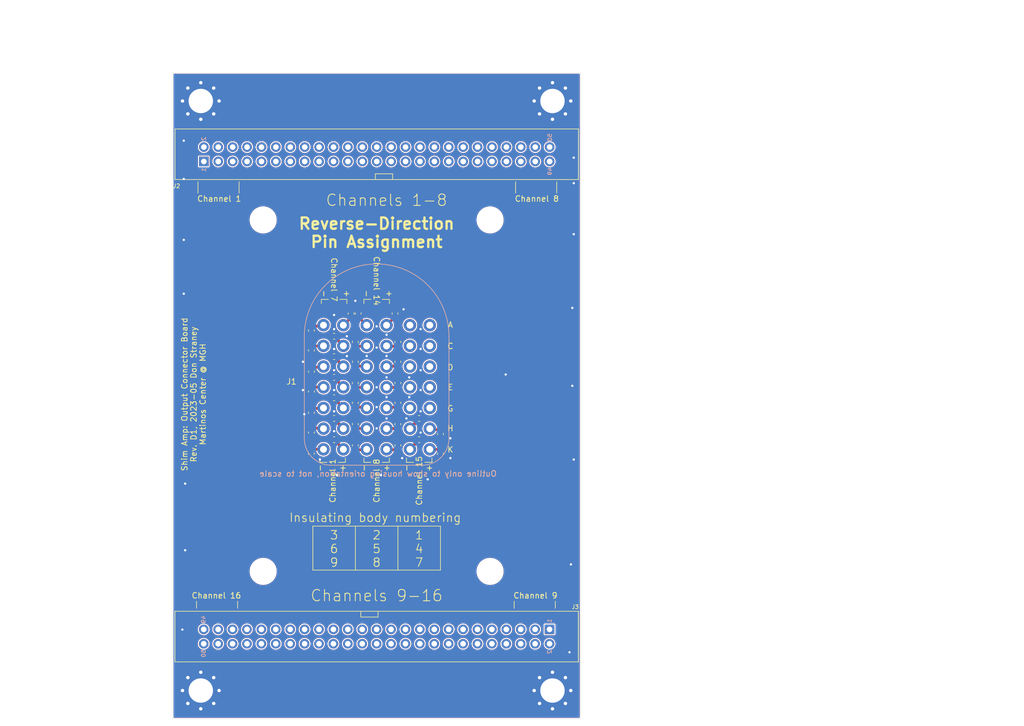
<source format=kicad_pcb>
(kicad_pcb (version 20211014) (generator pcbnew)
  (layers (0 "F.Cu" signal) (1 "In1.Cu" signal) (2 "In2.Cu" signal) (31 "B.Cu" signal) (34 "B.Paste" user) (35 "F.Paste" user) (36 "B.SilkS" user "B.Silkscreen") (37 "F.SilkS" user "F.Silkscreen") (38 "B.Mask" user) (39 "F.Mask" user) (44 "Edge.Cuts" user))
  (net 0 "")
  (net 1 "GND")
  (net 2 "/P9+")
  (net 3 "/P9-")
  (net 4 "/P1+")
  (net 5 "/P1-")
  (net 6 "/P10+")
  (net 7 "/P10-")
  (net 8 "/P2+")
  (net 9 "/P2-")
  (net 10 "/P11+")
  (net 11 "/P11-")
  (net 12 "/P3+")
  (net 13 "/P3-")
  (net 14 "/P12+")
  (net 15 "/P12-")
  (net 16 "/P4+")
  (net 17 "/P4-")
  (net 18 "/P13+")
  (net 19 "/P13-")
  (net 20 "/P5+")
  (net 21 "/P5-")
  (net 22 "/P14+")
  (net 23 "/P14-")
  (net 24 "/P6+")
  (net 25 "/P6-")
  (net 26 "/P15+")
  (net 27 "/P15-")
  (net 28 "/P7+")
  (net 29 "/P7-")
  (net 30 "/P16+")
  (net 31 "/P16-")
  (net 32 "/P8+")
  (net 33 "/P8-")
  (footprint "Martinos_std:PinHeader_2x25_P2.54mm_Vertical_Shrouded" (layer "F.Cu") (at 78.54 79.17 90)
    (fp_text reference "J2")
    (fp_text value "Conn_02x25_Odd_Even" hide)
  )
  (footprint "Martinos_std:PinHeader_2x25_P2.54mm_Vertical_Shrouded" (layer "F.Cu") (at 139.48 161.71 -90)
    (fp_text reference "J3")
    (fp_text value "Conn_02x25_Odd_Even" hide)
  )
  (footprint "MountingHole:MountingHole_4.3mm_M4" (layer "F.Cu") (at 89 89.48)
    (fp_text reference "H1" hide)
    (fp_text value "M4" hide)
  )
  (footprint "MountingHole:MountingHole_4.3mm_M4" (layer "F.Cu") (at 89 151.48)
    (fp_text reference "H3" hide)
    (fp_text value "M4" hide)
  )
  (footprint "MountingHole:MountingHole_4.3mm_M4" (layer "F.Cu") (at 129 151.48)
    (fp_text reference "H4" hide)
    (fp_text value "M4" hide)
  )
  (footprint "MountingHole:MountingHole_4.3mm_M4" (layer "F.Cu") (at 129 89.48)
    (fp_text reference "H2" hide)
    (fp_text value "M4" hide)
  )
  (footprint "Capacitor_SMD:C_0603_1608Metric" (layer "F.Cu") (at 101.5 113.6 180)
    (fp_text reference "C9" hide)
    (fp_text value "C" hide)
  )
  (footprint "Capacitor_SMD:C_0603_1608Metric" (layer "F.Cu") (at 105.75 106 90)
    (fp_text reference "C28" hide)
    (fp_text value "C" hide)
  )
  (footprint "Capacitor_SMD:C_0603_1608Metric" (layer "F.Cu") (at 97.5 116.25 -90)
    (fp_text reference "C10" hide)
    (fp_text value "C" hide)
  )
  (footprint "MountingHole:MountingHole_4.3mm_M4_Pad_Via" (layer "F.Cu") (at 78 68.5)
    (fp_text reference "H8" hide)
    (fp_text value "M4")
  )
  (footprint "Capacitor_SMD:C_0603_1608Metric" (layer "F.Cu") (at 112.75 121.75 90)
    (fp_text reference "C19" hide)
    (fp_text value "C" hide)
  )
  (footprint "MountingHole:MountingHole_4.3mm_M4_Pad_Via" (layer "F.Cu") (at 140 172.5)
    (fp_text reference "H7" hide)
    (fp_text value "M4")
  )
  (footprint "Capacitor_SMD:C_0603_1608Metric" (layer "F.Cu") (at 112.75 111 90)
    (fp_text reference "C25" hide)
    (fp_text value "C" hide)
  )
  (footprint "Capacitor_SMD:C_0603_1608Metric" (layer "F.Cu") (at 105.25 129.25 90)
    (fp_text reference "C16" hide)
    (fp_text value "C" hide)
  )
  (footprint "Capacitor_SMD:C_0603_1608Metric" (layer "F.Cu") (at 97.5 130.725 -90)
    (fp_text reference "C2" hide)
    (fp_text value "C" hide)
  )
  (footprint "Capacitor_SMD:C_0603_1608Metric" (layer "F.Cu") (at 97.5 112.5 -90)
    (fp_text reference "C12" hide)
    (fp_text value "C" hide)
  )
  (footprint "Capacitor_SMD:C_0603_1608Metric" (layer "F.Cu") (at 116.5 128.25)
    (fp_text reference "C30" hide)
    (fp_text value "C" hide)
  )
  (footprint "Capacitor_SMD:C_0603_1608Metric" (layer "F.Cu") (at 105.25 121.75 90)
    (fp_text reference "C20" hide)
    (fp_text value "C" hide)
  )
  (footprint "Capacitor_SMD:C_0603_1608Metric" (layer "F.Cu") (at 112.75 118.25 90)
    (fp_text reference "C21" hide)
    (fp_text value "C" hide)
  )
  (footprint "Capacitor_SMD:C_0603_1608Metric" (layer "F.Cu") (at 112.75 125.5 90)
    (fp_text reference "C17" hide)
    (fp_text value "C" hide)
  )
  (footprint "Capacitor_SMD:C_0603_1608Metric" (layer "F.Cu") (at 101.5 117.25 180)
    (fp_text reference "C7" hide)
    (fp_text value "C" hide)
  )
  (footprint "MountingHole:MountingHole_4.3mm_M4_Pad_Via" (layer "F.Cu") (at 78 172.5)
    (fp_text reference "H6" hide)
    (fp_text value "M4")
  )
  (footprint "Capacitor_SMD:C_0603_1608Metric" (layer "F.Cu") (at 116.5 124.5)
    (fp_text reference "C32" hide)
    (fp_text value "C" hide)
  )
  (footprint "Capacitor_SMD:C_0603_1608Metric" (layer "F.Cu") (at 97.5 127 -90)
    (fp_text reference "C4" hide)
    (fp_text value "C" hide)
  )
  (footprint "Capacitor_SMD:C_0603_1608Metric" (layer "F.Cu") (at 101.5 128.25 180)
    (fp_text reference "C1" hide)
    (fp_text value "C" hide)
  )
  (footprint "Capacitor_SMD:C_0603_1608Metric" (layer "F.Cu") (at 105.25 118.25 90)
    (fp_text reference "C22" hide)
    (fp_text value "C" hide)
  )
  (footprint "Capacitor_SMD:C_0603_1608Metric" (layer "F.Cu") (at 112.25 106 90)
    (fp_text reference "C27" hide)
    (fp_text value "C" hide)
  )
  (footprint "Capacitor_SMD:C_0603_1608Metric" (layer "F.Cu") (at 120.25 127.25 -90)
    (fp_text reference "C31" hide)
    (fp_text value "C" hide)
  )
  (footprint "Capacitor_SMD:C_0603_1608Metric" (layer "F.Cu") (at 97.5 109 -90)
    (fp_text reference "C14" hide)
    (fp_text value "C" hide)
  )
  (footprint "Capacitor_SMD:C_0603_1608Metric" (layer "F.Cu") (at 105.25 111 90)
    (fp_text reference "C26" hide)
    (fp_text value "C" hide)
  )
  (footprint "MountingHole:MountingHole_4.3mm_M4_Pad_Via" (layer "F.Cu") (at 140 68.5)
    (fp_text reference "H5" hide)
    (fp_text value "M4")
  )
  (footprint "Capacitor_SMD:C_0603_1608Metric" (layer "F.Cu") (at 97.5 123.5 -90)
    (fp_text reference "C6" hide)
    (fp_text value "C" hide)
  )
  (footprint "Capacitor_SMD:C_0603_1608Metric" (layer "F.Cu") (at 105.25 125.5 90)
    (fp_text reference "C18" hide)
    (fp_text value "C" hide)
  )
  (footprint "Capacitor_SMD:C_0603_1608Metric" (layer "F.Cu") (at 97.5 119.75 -90)
    (fp_text reference "C8" hide)
    (fp_text value "C" hide)
  )
  (footprint "Capacitor_SMD:C_0603_1608Metric" (layer "F.Cu") (at 101.5 120.85 180)
    (fp_text reference "C5" hide)
    (fp_text value "C" hide)
  )
  (footprint "Capacitor_SMD:C_0603_1608Metric" (layer "F.Cu") (at 120.25 130.75 -90)
    (fp_text reference "C29" hide)
    (fp_text value "C" hide)
  )
  (footprint "Capacitor_SMD:C_0603_1608Metric" (layer "F.Cu") (at 101.5 124.5 180)
    (fp_text reference "C3" hide)
    (fp_text value "C" hide)
  )
  (footprint "Capacitor_SMD:C_0603_1608Metric" (layer "F.Cu") (at 112.75 129.25 90)
    (fp_text reference "C15" hide)
    (fp_text value "C" hide)
  )
  (footprint "Capacitor_SMD:C_0603_1608Metric" (layer "F.Cu") (at 101.5 110 180)
    (fp_text reference "C11" hide)
    (fp_text value "C" hide)
  )
  (footprint "Capacitor_SMD:C_0603_1608Metric" (layer "F.Cu") (at 112.75 114.5 90)
    (fp_text reference "C23" hide)
    (fp_text value "C" hide)
  )
  (footprint "Capacitor_SMD:C_0603_1608Metric" (layer "F.Cu") (at 104.5 106 90)
    (fp_text reference "C13" hide)
    (fp_text value "C" hide)
  )
  (footprint "Capacitor_SMD:C_0603_1608Metric" (layer "F.Cu") (at 105.25 114.5 90)
    (fp_text reference "C24" hide)
    (fp_text value "C" hide)
  )
  (footprint "Don:ODU-MAC_Zero_6x7" (layer "B.Cu") (at 109 119 180)
    (fp_text reference "J1")
    (fp_text value "ODU-MAC_Zero_6x7" hide)
  )
  (gr_line (start 96.25 110) (end 96.25 127.75) (layer "B.SilkS") (width 0.12))
  (gr_arc (start 100.75 132.75) (mid 97.464466 131.181981) (end 96.25 127.75) (layer "B.SilkS") (width 0.12))
  (gr_line (start 100.75 132.75) (end 117.25 132.75) (layer "B.SilkS") (width 0.12))
  (gr_arc (start 96.25 110) (mid 109 97.25) (end 121.75 110) (layer "B.SilkS") (width 0.12))
  (gr_line (start 121.75 110) (end 121.75 127.75) (layer "B.SilkS") (width 0.12))
  (gr_arc (start 121.75 127.75) (mid 120.535534 131.181981) (end 117.25 132.75) (layer "B.SilkS") (width 0.12))
  (gr_line (start 115.5 132.25) (end 114.25 132.25) (layer "F.SilkS") (width 0.12))
  (gr_line (start 114.25 132.25) (end 114.25 131.5) (layer "F.SilkS") (width 0.12))
  (gr_line (start 117.5 132.25) (end 118.75 132.25) (layer "F.SilkS") (width 0.12))
  (gr_line (start 118.75 132.25) (end 118.75 131.5) (layer "F.SilkS") (width 0.12))
  (gr_line (start 133.25 158) (end 133.25 156.75) (layer "F.SilkS") (width 0.12))
  (gr_line (start 140.5 158) (end 140.5 156.75) (layer "F.SilkS") (width 0.12))
  (gr_line (start 108 132.25) (end 106.75 132.25) (layer "F.SilkS") (width 0.12))
  (gr_line (start 84.75 82.75) (end 84.75 84.75) (layer "F.SilkS") (width 0.12))
  (gr_line (start 133.5 82.75) (end 133.5 84.75) (layer "F.SilkS") (width 0.12))
  (gr_line (start 77.5 82.75) (end 77.5 84.75) (layer "F.SilkS") (width 0.12))
  (gr_line (start 102.25 132.25) (end 103.5 132.25) (layer "F.SilkS") (width 0.12))
  (gr_line (start 99.25 103.5) (end 99.25 104.25) (layer "F.SilkS") (width 0.12))
  (gr_line (start 97.75 143.5) (end 120.25 143.5) (layer "F.SilkS") (width 0.12))
  (gr_line (start 112.75 143.5) (end 112.75 151.25) (layer "F.SilkS") (width 0.12))
  (gr_line (start 100.25 132.25) (end 99 132.25) (layer "F.SilkS") (width 0.12))
  (gr_line (start 106.75 103.5) (end 106.75 104.25) (layer "F.SilkS") (width 0.12))
  (gr_line (start 97.75 151.25) (end 97.75 143.5) (layer "F.SilkS") (width 0.12))
  (gr_line (start 140.75 82.75) (end 140.75 84.75) (layer "F.SilkS") (width 0.12))
  (gr_line (start 103.75 103.5) (end 103.75 104.25) (layer "F.SilkS") (width 0.12))
  (gr_line (start 84.5 158) (end 84.5 156.75) (layer "F.SilkS") (width 0.12))
  (gr_line (start 102.5 103.5) (end 103.75 103.5) (layer "F.SilkS") (width 0.12))
  (gr_line (start 103.5 132.25) (end 103.5 131.5) (layer "F.SilkS") (width 0.12))
  (gr_line (start 110 103.5) (end 111.25 103.5) (layer "F.SilkS") (width 0.12))
  (gr_line (start 120.25 151.25) (end 97.75 151.25) (layer "F.SilkS") (width 0.12))
  (gr_line (start 105.25 143.5) (end 105.25 151.25) (layer "F.SilkS") (width 0.12))
  (gr_line (start 106.75 132.25) (end 106.75 131.5) (layer "F.SilkS") (width 0.12))
  (gr_line (start 108 103.5) (end 106.75 103.5) (layer "F.SilkS") (width 0.12))
  (gr_line (start 77.25 158) (end 77.25 156.75) (layer "F.SilkS") (width 0.12))
  (gr_line (start 120.25 143.5) (end 120.25 151.25) (layer "F.SilkS") (width 0.12))
  (gr_line (start 111.25 132.25) (end 111.25 131.5) (layer "F.SilkS") (width 0.12))
  (gr_line (start 100.5 103.5) (end 99.25 103.5) (layer "F.SilkS") (width 0.12))
  (gr_line (start 99 132.25) (end 99 131.5) (layer "F.SilkS") (width 0.12))
  (gr_line (start 111.25 103.5) (end 111.25 104.25) (layer "F.SilkS") (width 0.12))
  (gr_line (start 110 132.25) (end 111.25 132.25) (layer "F.SilkS") (width 0.12))
  (gr_line (start 145 177.5) (end 73 177.5) (layer "Edge.Cuts") (width 0.05))
  (gr_line (start 73 177.5) (end 73 63.5) (layer "Edge.Cuts") (width 0.05))
  (gr_line (start 73 63.5) (end 145 63.5) (layer "Edge.Cuts") (width 0.05))
  (gr_line (start 145 63.5) (end 145 177.5) (layer "Edge.Cuts") (width 0.05))
  (gr_text "Outline only to show housing orientation, not to scale" (at 109.25 134.25) (layer "B.SilkS") (effects (font (size 1 1)) (justify mirror)))
  (gr_text "Channel 15" (at 116.5 135.5 90) (layer "F.SilkS") (effects (font (size 1 1))))
  (gr_text "Channel 8" (at 137.25 85.75) (layer "F.SilkS") (effects (font (size 1 1))))
  (gr_text "Channel 16" (at 80.75 155.75) (layer "F.SilkS") (effects (font (size 1 1))))
  (gr_text "Channel 9" (at 137 155.75) (layer "F.SilkS") (effects (font (size 1 1))))
  (gr_text "Channels 1-8" (at 110.75 86) (layer "F.SilkS") (effects (font (size 2 2))))
  (gr_text "Channels 9-16" (at 109 155.75) (layer "F.SilkS") (effects (font (size 2 2))))
  (gr_text "Reverse-Direction\nPin Assignment" (at 109 91.75) (layer "F.SilkS") (effects (font (size 2 2) (thickness 0.4))))
  (gr_text "+" (at 103 133.25 90) (layer "F.SilkS") (effects (font (size 1 1))))
  (gr_text "C" (at 122 111.75) (layer "F.SilkS") (effects (font (size 1 1))))
  (gr_text "Channel 14" (at 109 100.25 270) (layer "F.SilkS") (effects (font (size 1 1))))
  (gr_text "1\n4\n7" (at 116.5 147.5) (layer "F.SilkS") (effects (font (size 1.5 1.5))))
  (gr_text "+" (at 110.75 133.25 90) (layer "F.SilkS") (effects (font (size 1 1))))
  (gr_text "-" (at 99.75 102.5 270) (layer "F.SilkS") (effects (font (size 1 1))))
  (gr_text "-" (at 107.25 102.5 270) (layer "F.SilkS") (effects (font (size 1 1))))
  (gr_text "A" (at 122 108) (layer "F.SilkS") (effects (font (size 1 1))))
  (gr_text "Channel 1" (at 81.25 85.75) (layer "F.SilkS") (effects (font (size 1 1))))
  (gr_text "E" (at 122 119) (layer "F.SilkS") (effects (font (size 1 1))))
  (gr_text "D" (at 122 115.5) (layer "F.SilkS") (effects (font (size 1 1))))
  (gr_text "Insulating body numbering" (at 108.75 142) (layer "F.SilkS") (effects (font (size 1.5 1.5))))
  (gr_text "+" (at 103.75 102.5 270) (layer "F.SilkS") (effects (font (size 1 1))))
  (gr_text "Channel 7" (at 101.5 100 270) (layer "F.SilkS") (effects (font (size 1 1))))
  (gr_text "Channel 1" (at 101.25 135.5 90) (layer "F.SilkS") (effects (font (size 1 1))))
  (gr_text "H" (at 122 126.25) (layer "F.SilkS") (effects (font (size 1 1))))
  (gr_text "G" (at 122 122.75) (layer "F.SilkS") (effects (font (size 1 1))))
  (gr_text "3\n6\n9" (at 101.5 147.5) (layer "F.SilkS") (effects (font (size 1.5 1.5))))
  (gr_text "Channel 8" (at 109 135.5 90) (layer "F.SilkS") (effects (font (size 1 1))))
  (gr_text "+" (at 111.25 102.5 270) (layer "F.SilkS") (effects (font (size 1 1))))
  (gr_text "Shim Amp: Output Connector Board\nRev. D1, 2023-05 Don Straney\nMartinos Center @ MGH" (at 76.75 120.25 90) (layer "F.SilkS") (effects (font (size 1 1))))
  (gr_text "-" (at 106.75 133.25 90) (layer "F.SilkS") (effects (font (size 1 1))))
  (gr_text "2\n5\n8" (at 109 147.5) (layer "F.SilkS") (effects (font (size 1.5 1.5))))
  (gr_text "+" (at 118.25 133.25 90) (layer "F.SilkS") (effects (font (size 1 1))))
  (gr_text "K" (at 122 130) (layer "F.SilkS") (effects (font (size 1 1))))
  (gr_text "-" (at 114.25 133.25 90) (layer "F.SilkS") (effects (font (size 1 1))))
  (gr_text "-" (at 99 133.25 90) (layer "F.SilkS") (effects (font (size 1 1))))
  (via (at 109 112) (size 0.8) (drill 0.4) (layers "F.Cu" "B.Cu") (net 1))
  (via (at 114.75 120.75) (size 0.8) (drill 0.4) (layers "F.Cu" "B.Cu") (net 1))
  (via (at 116.75 123.25) (size 0.8) (drill 0.4) (layers "F.Cu" "B.Cu") (net 1))
  (via (at 75.25 136) (size 0.8) (drill 0.4) (layers "F.Cu" "B.Cu") (net 1))
  (via (at 75.25 147.75) (size 0.8) (drill 0.4) (layers "F.Cu" "B.Cu") (net 1))
  (via (at 109 122.5) (size 0.8) (drill 0.4) (layers "F.Cu" "B.Cu") (net 1))
  (via (at 109.75 134.5) (size 0.8) (drill 0.4) (layers "F.Cu" "B.Cu") (net 1))
  (via (at 110.75 117.25) (size 0.8) (drill 0.4) (layers "F.Cu" "B.Cu") (net 1))
  (via (at 114.25 124.5) (size 0.8) (drill 0.4) (layers "F.Cu" "B.Cu") (net 1))
  (via (at 75 102.5) (size 0.8) (drill 0.4) (layers "F.Cu" "B.Cu") (net 1))
  (via (at 122 128) (size 0.8) (drill 0.4) (layers "F.Cu" "B.Cu") (net 1))
  (via (at 96.25 123.75) (size 0.8) (drill 0.4) (layers "F.Cu" "B.Cu") (net 1))
  (via (at 116.75 116) (size 0.8) (drill 0.4) (layers "F.Cu" "B.Cu") (net 1))
  (via (at 101.5 112.25) (size 0.8) (drill 0.4) (layers "F.Cu" "B.Cu") (net 1))
  (via (at 114.75 117.25) (size 0.8) (drill 0.4) (layers "F.Cu" "B.Cu") (net 1))
  (via (at 99 131.75) (size 0.8) (drill 0.4) (layers "F.Cu" "B.Cu") (net 1))
  (via (at 75 82.25) (size 0.8) (drill 0.4) (layers "F.Cu" "B.Cu") (net 1))
  (via (at 74.75 161.75) (size 0.8) (drill 0.4) (layers "F.Cu" "B.Cu") (net 1))
  (via (at 143 165.75) (size 0.8) (drill 0.4) (layers "F.Cu" "B.Cu") (net 1))
  (via (at 101.5 123.25) (size 0.8) (drill 0.4) (layers "F.Cu" "B.Cu") (net 1))
  (via (at 110.75 124.5) (size 0.8) (drill 0.4) (layers "F.Cu" "B.Cu") (net 1))
  (via (at 110.75 113.5) (size 0.8) (drill 0.4) (layers "F.Cu" "B.Cu") (net 1))
  (via (at 75 93) (size 0.8) (drill 0.4) (layers "F.Cu" "B.Cu") (net 1))
  (via (at 101.5 108.75) (size 0.8) (drill 0.4) (layers "F.Cu" "B.Cu") (net 1))
  (via (at 116.75 112.25) (size 0.8) (drill 0.4) (layers "F.Cu" "B.Cu") (net 1))
  (via (at 102 134.5) (size 0.8) (drill 0.4) (layers "F.Cu" "B.Cu") (net 1))
  (via (at 103.75 113.5) (size 0.8) (drill 0.4) (layers "F.Cu" "B.Cu") (net 1))
  (via (at 101.5 116) (size 0.8) (drill 0.4) (layers "F.Cu" "B.Cu") (net 1))
  (via (at 122 131.5) (size 0.8) (drill 0.4) (layers "F.Cu" "B.Cu") (net 1))
  (via (at 131.75 116.75) (size 0.8) (drill 0.4) (layers "F.Cu" "B.Cu") (net 1))
  (via (at 113.5 131.5) (size 0.8) (drill 0.4) (layers "F.Cu" "B.Cu") (net 1))
  (via (at 105.25 103.75) (size 0.8) (drill 0.4) (layers "F.Cu" "B.Cu") (net 1))
  (via (at 101.5 126.75) (size 0.8) (drill 0.4) (layers "F.Cu" "B.Cu") (net 1))
  (via (at 143.75 78.5) (size 0.8) (drill 0.4) (layers "F.Cu" "B.Cu") (net 1))
  (via (at 143.5 118.75) (size 0.8) (drill 0.4) (layers "F.Cu" "B.Cu") (net 1))
  (via (at 116.75 127) (size 0.8) (drill 0.4) (layers "F.Cu" "B.Cu") (net 1))
  (via (at 143.5 105) (size 0.8) (drill 0.4) (layers "F.Cu" "B.Cu") (net 1))
  (via (at 116.75 108.75) (size 0.8) (drill 0.4) (layers "F.Cu" "B.Cu") (net 1))
  (via (at 143.75 131.75) (size 0.8) (drill 0.4) (layers "F.Cu" "B.Cu") (net 1))
  (via (at 109 119) (size 0.8) (drill 0.4) (layers "F.Cu" "B.Cu") (net 1))
  (via (at 143.75 92) (size 0.8) (drill 0.4) (layers "F.Cu" "B.Cu") (net 1))
  (via (at 109 108.25) (size 0.8) (drill 0.4) (layers "F.Cu" "B.Cu") (net 1))
  (via (at 143.75 83) (size 0.8) (drill 0.4) (layers "F.Cu" "B.Cu") (net 1))
  (via (at 96 119.5) (size 0.8) (drill 0.4) (layers "F.Cu" "B.Cu") (net 1))
  (via (at 118 135.25) (size 0.8) (drill 0.4) (layers "F.Cu" "B.Cu") (net 1))
  (via (at 101.5 119.5) (size 0.8) (drill 0.4) (layers "F.Cu" "B.Cu") (net 1))
  (via (at 113.75 105.25) (size 0.8) (drill 0.4) (layers "F.Cu" "B.Cu") (net 1))
  (via (at 110.75 109.75) (size 0.8) (drill 0.4) (layers "F.Cu" "B.Cu") (net 1))
  (via (at 103.75 110) (size 0.8) (drill 0.4) (layers "F.Cu" "B.Cu") (net 1))
  (via (at 116.75 119.5) (size 0.8) (drill 0.4) (layers "F.Cu" "B.Cu") (net 1))
  (via (at 110.75 120.75) (size 0.8) (drill 0.4) (layers "F.Cu" "B.Cu") (net 1))
  (via (at 96 114.5) (size 0.8) (drill 0.4) (layers "F.Cu" "B.Cu") (net 1))
  (via (at 101.5 106.25) (size 0.8) (drill 0.4) (layers "F.Cu" "B.Cu") (net 1))
  (via (at 75 75.5) (size 0.8) (drill 0.4) (layers "F.Cu" "B.Cu") (net 1))
  (via (at 143.25 150.25) (size 0.8) (drill 0.4) (layers "F.Cu" "B.Cu") (net 1))
  (via (at 109 126.25) (size 0.8) (drill 0.4) (layers "F.Cu" "B.Cu") (net 1))
  (via (at 107.25 113.5) (size 0.8) (drill 0.4) (layers "F.Cu" "B.Cu") (net 1))
  (segment (start 112.75 126.275) (end 110.775 126.275) (width 0.47) (layer "F.Cu") (net 2))
  (segment (start 110.775 126.275) (end 110.75 126.3) (width 0.47) (layer "F.Cu") (net 2))
  (segment (start 105.25 126.275) (end 107.225 126.275) (width 0.47) (layer "F.Cu") (net 3))
  (segment (start 107.225 126.275) (end 107.25 126.3) (width 0.47) (layer "F.Cu") (net 3))
  (segment (start 102.275 128.25) (end 102.275 129.095) (width 0.47) (layer "F.Cu") (net 4))
  (segment (start 102.275 129.095) (end 103.13 129.95) (width 0.47) (layer "F.Cu") (net 4))
  (segment (start 97.5 129.95) (end 99.63 129.95) (width 0.47) (layer "F.Cu") (net 5))
  (segment (start 112.75 122.525) (end 110.875 122.525) (width 0.47) (layer "F.Cu") (net 6))
  (segment (start 110.875 122.525) (end 110.75 122.65) (width 0.47) (layer "F.Cu") (net 6))
  (segment (start 105.25 122.525) (end 107.125 122.525) (width 0.47) (layer "F.Cu") (net 7))
  (segment (start 107.125 122.525) (end 107.25 122.65) (width 0.47) (layer "F.Cu") (net 7))
  (segment (start 102.275 124.5) (end 102.275 125.445) (width 0.47) (layer "F.Cu") (net 8))
  (segment (start 102.275 125.445) (end 103.13 126.3) (width 0.47) (layer "F.Cu") (net 8))
  (segment (start 97.5 126.225) (end 99.555 126.225) (width 0.47) (layer "F.Cu") (net 9))
  (segment (start 99.555 126.225) (end 99.63 126.3) (width 0.47) (layer "F.Cu") (net 9))
  (segment (start 112.75 119.025) (end 110.775 119.025) (width 0.47) (layer "F.Cu") (net 10))
  (segment (start 110.775 119.025) (end 110.75 119) (width 0.47) (layer "F.Cu") (net 10))
  (segment (start 105.25 119.025) (end 107.225 119.025) (width 0.47) (layer "F.Cu") (net 11))
  (segment (start 107.225 119.025) (end 107.25 119) (width 0.47) (layer "F.Cu") (net 11))
  (segment (start 102.275 120.85) (end 102.275 121.795) (width 0.47) (layer "F.Cu") (net 12))
  (segment (start 102.275 121.795) (end 103.13 122.65) (width 0.47) (layer "F.Cu") (net 12))
  (segment (start 97.5 122.725) (end 99.555 122.725) (width 0.47) (layer "F.Cu") (net 13))
  (segment (start 99.555 122.725) (end 99.63 122.65) (width 0.47) (layer "F.Cu") (net 13))
  (segment (start 110.825 115.275) (end 110.75 115.35) (width 0.47) (layer "F.Cu") (net 14))
  (segment (start 112.75 115.275) (end 110.825 115.275) (width 0.47) (layer "F.Cu") (net 14))
  (segment (start 107.175 115.275) (end 107.25 115.35) (width 0.47) (layer "F.Cu") (net 15))
  (segment (start 105.25 115.275) (end 107.175 115.275) (width 0.47) (layer "F.Cu") (net 15))
  (segment (start 102.275 118.145) (end 103.13 119) (width 0.47) (layer "F.Cu") (net 16))
  (segment (start 102.275 117.25) (end 102.275 118.145) (width 0.47) (layer "F.Cu") (net 16))
  (segment (start 97.5 118.975) (end 99.605 118.975) (width 0.47) (layer "F.Cu") (net 17))
  (segment (start 99.605 118.975) (end 99.63 119) (width 0.47) (layer "F.Cu") (net 17))
  (segment (start 110.825 111.775) (end 110.75 111.7) (width 0.47) (layer "F.Cu") (net 18))
  (segment (start 112.75 111.775) (end 110.825 111.775) (width 0.47) (layer "F.Cu") (net 18))
  (segment (start 107.175 111.775) (end 107.25 111.7) (width 0.47) (layer "F.Cu") (net 19))
  (segment (start 105.25 111.775) (end 107.175 111.775) (width 0.47) (layer "F.Cu") (net 19))
  (segment (start 102.275 113.6) (end 102.275 114.495) (width 0.47) (layer "F.Cu") (net 20))
  (segment (start 102.275 114.495) (end 103.13 115.35) (width 0.47) (layer "F.Cu") (net 20))
  (segment (start 97.5 115.475) (end 99.505 115.475) (width 0.47) (layer "F.Cu") (net 21))
  (segment (start 99.505 115.475) (end 99.63 115.35) (width 0.47) (layer "F.Cu") (net 21))
  (segment (start 112.25 106.775) (end 112.025 106.775) (width 0.47) (layer "F.Cu") (net 22))
  (segment (start 112.025 106.775) (end 110.75 108.05) (width 0.47) (layer "F.Cu") (net 22))
  (segment (start 105.75 106.775) (end 105.975 106.775) (width 0.47) (layer "F.Cu") (net 23))
  (segment (start 105.975 106.775) (end 107.25 108.05) (width 0.47) (layer "F.Cu") (net 23))
  (segment (start 102.275 110.845) (end 103.13 111.7) (width 0.47) (layer "F.Cu") (net 24))
  (segment (start 102.275 110) (end 102.275 110.845) (width 0.47) (layer "F.Cu") (net 24))
  (segment (start 99.605 111.725) (end 99.63 111.7) (width 0.47) (layer "F.Cu") (net 25))
  (segment (start 97.5 111.725) (end 99.605 111.725) (width 0.47) (layer "F.Cu") (net 25))
  (segment (start 118.395 129.975) (end 118.37 129.95) (width 0.47) (layer "F.Cu") (net 26))
  (segment (start 120.25 129.975) (end 118.395 129.975) (width 0.47) (layer "F.Cu") (net 26))
  (segment (start 115.725 129.095) (end 114.87 129.95) (width 0.47) (layer "F.Cu") (net 27))
  (segment (start 115.725 128.25) (end 115.725 129.095) (width 0.47) (layer "F.Cu") (net 27))
  (segment (start 104.5 106.775) (end 104.405 106.775) (width 0.47) (layer "F.Cu") (net 28))
  (segment (start 104.405 106.775) (end 103.13 108.05) (width 0.47) (layer "F.Cu") (net 28))
  (segment (start 99.455 108.225) (end 99.63 108.05) (width 0.47) (layer "F.Cu") (net 29))
  (segment (start 97.5 108.225) (end 99.455 108.225) (width 0.47) (layer "F.Cu") (net 29))
  (segment (start 120.25 126.475) (end 118.545 126.475) (width 0.47) (layer "F.Cu") (net 30))
  (segment (start 118.545 126.475) (end 118.37 126.3) (width 0.47) (layer "F.Cu") (net 30))
  (segment (start 115.725 125.445) (end 114.87 126.3) (width 0.47) (layer "F.Cu") (net 31))
  (segment (start 115.725 124.5) (end 115.725 125.445) (width 0.47) (layer "F.Cu") (net 31))
  (segment (start 112.75 130.025) (end 110.825 130.025) (width 0.47) (layer "F.Cu") (net 32))
  (segment (start 110.825 130.025) (end 110.75 129.95) (width 0.47) (layer "F.Cu") (net 32))
  (segment (start 105.25 130.025) (end 107.175 130.025) (width 0.47) (layer "F.Cu") (net 33))
  (segment (start 107.175 130.025) (end 107.25 129.95) (width 0.47) (layer "F.Cu") (net 33))
  (zone (net 1) (net_name "GND") (layer "F.Cu") (connect_pads (clearance 0.2)) (min_thickness 0.18) (fill yes (thermal_gap 0.2) (thermal_bridge_width 0.2))
    (polygon (pts (xy 148 178) (xy 72.75 178) (xy 72.75 61.25) (xy 148 61.25)))
  )
  (zone (net 1) (net_name "GND") (layer "B.Cu") (connect_pads (clearance 0.2)) (min_thickness 0.18) (fill yes (thermal_gap 0.2) (thermal_bridge_width 0.2))
    (polygon (pts (xy 147.5 178.75) (xy 72.25 178.75) (xy 72.25 62) (xy 147.5 62)))
  )
)
</source>
